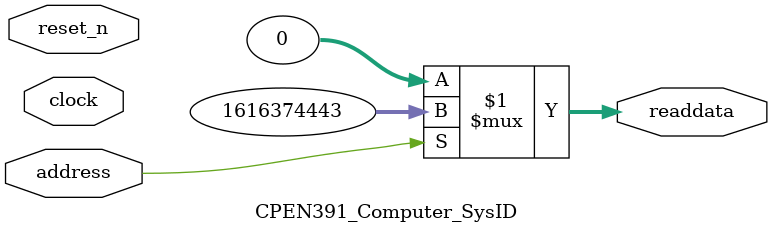
<source format=v>



// synthesis translate_off
`timescale 1ns / 1ps
// synthesis translate_on

// turn off superfluous verilog processor warnings 
// altera message_level Level1 
// altera message_off 10034 10035 10036 10037 10230 10240 10030 

module CPEN391_Computer_SysID (
               // inputs:
                address,
                clock,
                reset_n,

               // outputs:
                readdata
             )
;

  output  [ 31: 0] readdata;
  input            address;
  input            clock;
  input            reset_n;

  wire    [ 31: 0] readdata;
  //control_slave, which is an e_avalon_slave
  assign readdata = address ? 1616374443 : 0;

endmodule



</source>
